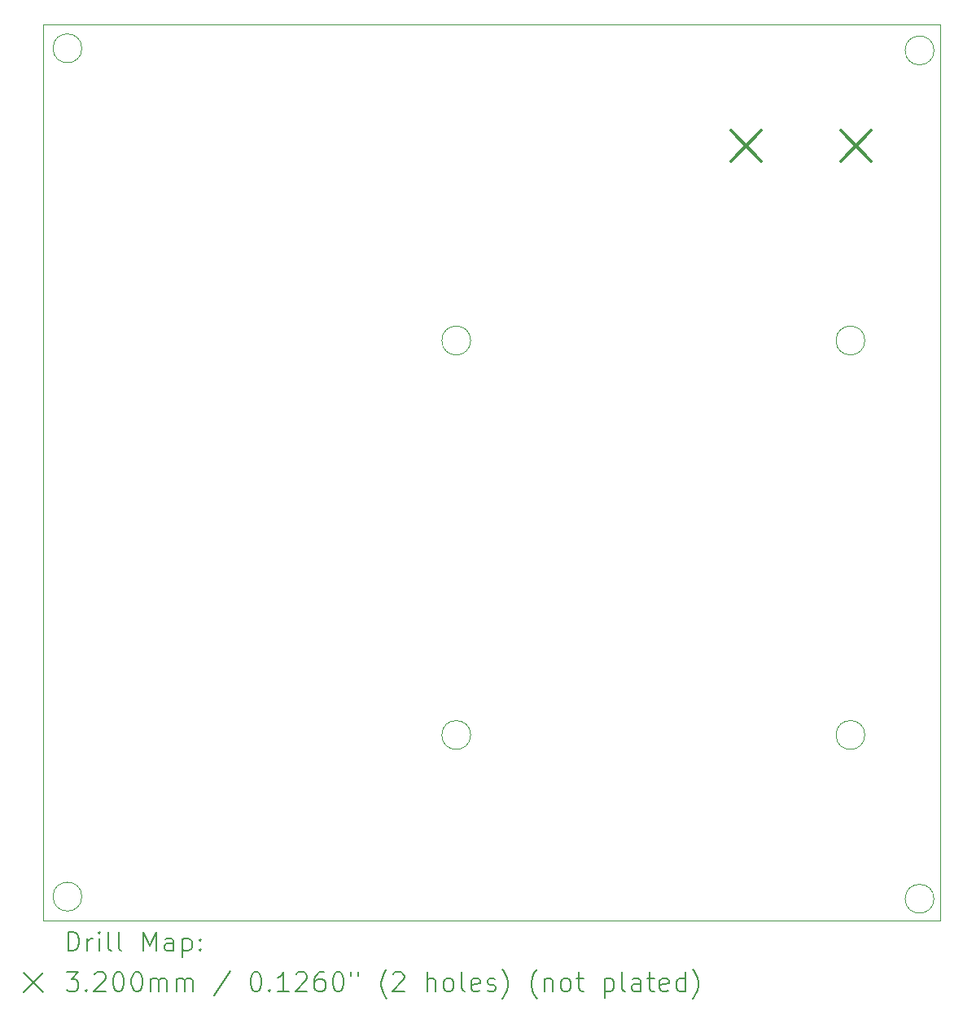
<source format=gbr>
%TF.GenerationSoftware,KiCad,Pcbnew,8.0.1*%
%TF.CreationDate,2024-05-05T15:48:22-04:00*%
%TF.ProjectId,science-board,73636965-6e63-4652-9d62-6f6172642e6b,rev?*%
%TF.SameCoordinates,Original*%
%TF.FileFunction,Drillmap*%
%TF.FilePolarity,Positive*%
%FSLAX45Y45*%
G04 Gerber Fmt 4.5, Leading zero omitted, Abs format (unit mm)*
G04 Created by KiCad (PCBNEW 8.0.1) date 2024-05-05 15:48:22*
%MOMM*%
%LPD*%
G01*
G04 APERTURE LIST*
%ADD10C,0.050000*%
%ADD11C,0.200000*%
%ADD12C,0.320000*%
G04 APERTURE END LIST*
D10*
X10856000Y-11111000D02*
G75*
G02*
X10556000Y-11111000I-150000J0D01*
G01*
X10556000Y-11111000D02*
G75*
G02*
X10856000Y-11111000I150000J0D01*
G01*
X1993000Y-11089000D02*
G75*
G02*
X1693000Y-11089000I-150000J0D01*
G01*
X1693000Y-11089000D02*
G75*
G02*
X1993000Y-11089000I150000J0D01*
G01*
X10137000Y-9409000D02*
G75*
G02*
X9837000Y-9409000I-150000J0D01*
G01*
X9837000Y-9409000D02*
G75*
G02*
X10137000Y-9409000I150000J0D01*
G01*
X6037000Y-5309000D02*
G75*
G02*
X5737000Y-5309000I-150000J0D01*
G01*
X5737000Y-5309000D02*
G75*
G02*
X6037000Y-5309000I150000J0D01*
G01*
X1593000Y-2022000D02*
X10918000Y-2022000D01*
X10918000Y-11339000D01*
X1593000Y-11339000D01*
X1593000Y-2022000D01*
X10856000Y-2294000D02*
G75*
G02*
X10556000Y-2294000I-150000J0D01*
G01*
X10556000Y-2294000D02*
G75*
G02*
X10856000Y-2294000I150000J0D01*
G01*
X1993000Y-2272000D02*
G75*
G02*
X1693000Y-2272000I-150000J0D01*
G01*
X1693000Y-2272000D02*
G75*
G02*
X1993000Y-2272000I150000J0D01*
G01*
X6037000Y-9409000D02*
G75*
G02*
X5737000Y-9409000I-150000J0D01*
G01*
X5737000Y-9409000D02*
G75*
G02*
X6037000Y-9409000I150000J0D01*
G01*
X10137000Y-5309000D02*
G75*
G02*
X9837000Y-5309000I-150000J0D01*
G01*
X9837000Y-5309000D02*
G75*
G02*
X10137000Y-5309000I150000J0D01*
G01*
D11*
D12*
X8742000Y-3128000D02*
X9062000Y-3448000D01*
X9062000Y-3128000D02*
X8742000Y-3448000D01*
X9885000Y-3128000D02*
X10205000Y-3448000D01*
X10205000Y-3128000D02*
X9885000Y-3448000D01*
D11*
X1851277Y-11652984D02*
X1851277Y-11452984D01*
X1851277Y-11452984D02*
X1898896Y-11452984D01*
X1898896Y-11452984D02*
X1927467Y-11462508D01*
X1927467Y-11462508D02*
X1946515Y-11481555D01*
X1946515Y-11481555D02*
X1956039Y-11500603D01*
X1956039Y-11500603D02*
X1965562Y-11538698D01*
X1965562Y-11538698D02*
X1965562Y-11567269D01*
X1965562Y-11567269D02*
X1956039Y-11605365D01*
X1956039Y-11605365D02*
X1946515Y-11624412D01*
X1946515Y-11624412D02*
X1927467Y-11643460D01*
X1927467Y-11643460D02*
X1898896Y-11652984D01*
X1898896Y-11652984D02*
X1851277Y-11652984D01*
X2051277Y-11652984D02*
X2051277Y-11519650D01*
X2051277Y-11557746D02*
X2060801Y-11538698D01*
X2060801Y-11538698D02*
X2070324Y-11529174D01*
X2070324Y-11529174D02*
X2089372Y-11519650D01*
X2089372Y-11519650D02*
X2108420Y-11519650D01*
X2175086Y-11652984D02*
X2175086Y-11519650D01*
X2175086Y-11452984D02*
X2165563Y-11462508D01*
X2165563Y-11462508D02*
X2175086Y-11472031D01*
X2175086Y-11472031D02*
X2184610Y-11462508D01*
X2184610Y-11462508D02*
X2175086Y-11452984D01*
X2175086Y-11452984D02*
X2175086Y-11472031D01*
X2298896Y-11652984D02*
X2279848Y-11643460D01*
X2279848Y-11643460D02*
X2270324Y-11624412D01*
X2270324Y-11624412D02*
X2270324Y-11452984D01*
X2403658Y-11652984D02*
X2384610Y-11643460D01*
X2384610Y-11643460D02*
X2375086Y-11624412D01*
X2375086Y-11624412D02*
X2375086Y-11452984D01*
X2632229Y-11652984D02*
X2632229Y-11452984D01*
X2632229Y-11452984D02*
X2698896Y-11595841D01*
X2698896Y-11595841D02*
X2765563Y-11452984D01*
X2765563Y-11452984D02*
X2765563Y-11652984D01*
X2946515Y-11652984D02*
X2946515Y-11548222D01*
X2946515Y-11548222D02*
X2936991Y-11529174D01*
X2936991Y-11529174D02*
X2917943Y-11519650D01*
X2917943Y-11519650D02*
X2879848Y-11519650D01*
X2879848Y-11519650D02*
X2860801Y-11529174D01*
X2946515Y-11643460D02*
X2927467Y-11652984D01*
X2927467Y-11652984D02*
X2879848Y-11652984D01*
X2879848Y-11652984D02*
X2860801Y-11643460D01*
X2860801Y-11643460D02*
X2851277Y-11624412D01*
X2851277Y-11624412D02*
X2851277Y-11605365D01*
X2851277Y-11605365D02*
X2860801Y-11586317D01*
X2860801Y-11586317D02*
X2879848Y-11576793D01*
X2879848Y-11576793D02*
X2927467Y-11576793D01*
X2927467Y-11576793D02*
X2946515Y-11567269D01*
X3041753Y-11519650D02*
X3041753Y-11719650D01*
X3041753Y-11529174D02*
X3060801Y-11519650D01*
X3060801Y-11519650D02*
X3098896Y-11519650D01*
X3098896Y-11519650D02*
X3117943Y-11529174D01*
X3117943Y-11529174D02*
X3127467Y-11538698D01*
X3127467Y-11538698D02*
X3136991Y-11557746D01*
X3136991Y-11557746D02*
X3136991Y-11614888D01*
X3136991Y-11614888D02*
X3127467Y-11633936D01*
X3127467Y-11633936D02*
X3117943Y-11643460D01*
X3117943Y-11643460D02*
X3098896Y-11652984D01*
X3098896Y-11652984D02*
X3060801Y-11652984D01*
X3060801Y-11652984D02*
X3041753Y-11643460D01*
X3222705Y-11633936D02*
X3232229Y-11643460D01*
X3232229Y-11643460D02*
X3222705Y-11652984D01*
X3222705Y-11652984D02*
X3213182Y-11643460D01*
X3213182Y-11643460D02*
X3222705Y-11633936D01*
X3222705Y-11633936D02*
X3222705Y-11652984D01*
X3222705Y-11529174D02*
X3232229Y-11538698D01*
X3232229Y-11538698D02*
X3222705Y-11548222D01*
X3222705Y-11548222D02*
X3213182Y-11538698D01*
X3213182Y-11538698D02*
X3222705Y-11529174D01*
X3222705Y-11529174D02*
X3222705Y-11548222D01*
X1390500Y-11881500D02*
X1590500Y-12081500D01*
X1590500Y-11881500D02*
X1390500Y-12081500D01*
X1832229Y-11872984D02*
X1956039Y-11872984D01*
X1956039Y-11872984D02*
X1889372Y-11949174D01*
X1889372Y-11949174D02*
X1917943Y-11949174D01*
X1917943Y-11949174D02*
X1936991Y-11958698D01*
X1936991Y-11958698D02*
X1946515Y-11968222D01*
X1946515Y-11968222D02*
X1956039Y-11987269D01*
X1956039Y-11987269D02*
X1956039Y-12034888D01*
X1956039Y-12034888D02*
X1946515Y-12053936D01*
X1946515Y-12053936D02*
X1936991Y-12063460D01*
X1936991Y-12063460D02*
X1917943Y-12072984D01*
X1917943Y-12072984D02*
X1860801Y-12072984D01*
X1860801Y-12072984D02*
X1841753Y-12063460D01*
X1841753Y-12063460D02*
X1832229Y-12053936D01*
X2041753Y-12053936D02*
X2051277Y-12063460D01*
X2051277Y-12063460D02*
X2041753Y-12072984D01*
X2041753Y-12072984D02*
X2032229Y-12063460D01*
X2032229Y-12063460D02*
X2041753Y-12053936D01*
X2041753Y-12053936D02*
X2041753Y-12072984D01*
X2127467Y-11892031D02*
X2136991Y-11882508D01*
X2136991Y-11882508D02*
X2156039Y-11872984D01*
X2156039Y-11872984D02*
X2203658Y-11872984D01*
X2203658Y-11872984D02*
X2222705Y-11882508D01*
X2222705Y-11882508D02*
X2232229Y-11892031D01*
X2232229Y-11892031D02*
X2241753Y-11911079D01*
X2241753Y-11911079D02*
X2241753Y-11930127D01*
X2241753Y-11930127D02*
X2232229Y-11958698D01*
X2232229Y-11958698D02*
X2117944Y-12072984D01*
X2117944Y-12072984D02*
X2241753Y-12072984D01*
X2365563Y-11872984D02*
X2384610Y-11872984D01*
X2384610Y-11872984D02*
X2403658Y-11882508D01*
X2403658Y-11882508D02*
X2413182Y-11892031D01*
X2413182Y-11892031D02*
X2422705Y-11911079D01*
X2422705Y-11911079D02*
X2432229Y-11949174D01*
X2432229Y-11949174D02*
X2432229Y-11996793D01*
X2432229Y-11996793D02*
X2422705Y-12034888D01*
X2422705Y-12034888D02*
X2413182Y-12053936D01*
X2413182Y-12053936D02*
X2403658Y-12063460D01*
X2403658Y-12063460D02*
X2384610Y-12072984D01*
X2384610Y-12072984D02*
X2365563Y-12072984D01*
X2365563Y-12072984D02*
X2346515Y-12063460D01*
X2346515Y-12063460D02*
X2336991Y-12053936D01*
X2336991Y-12053936D02*
X2327467Y-12034888D01*
X2327467Y-12034888D02*
X2317944Y-11996793D01*
X2317944Y-11996793D02*
X2317944Y-11949174D01*
X2317944Y-11949174D02*
X2327467Y-11911079D01*
X2327467Y-11911079D02*
X2336991Y-11892031D01*
X2336991Y-11892031D02*
X2346515Y-11882508D01*
X2346515Y-11882508D02*
X2365563Y-11872984D01*
X2556039Y-11872984D02*
X2575086Y-11872984D01*
X2575086Y-11872984D02*
X2594134Y-11882508D01*
X2594134Y-11882508D02*
X2603658Y-11892031D01*
X2603658Y-11892031D02*
X2613182Y-11911079D01*
X2613182Y-11911079D02*
X2622705Y-11949174D01*
X2622705Y-11949174D02*
X2622705Y-11996793D01*
X2622705Y-11996793D02*
X2613182Y-12034888D01*
X2613182Y-12034888D02*
X2603658Y-12053936D01*
X2603658Y-12053936D02*
X2594134Y-12063460D01*
X2594134Y-12063460D02*
X2575086Y-12072984D01*
X2575086Y-12072984D02*
X2556039Y-12072984D01*
X2556039Y-12072984D02*
X2536991Y-12063460D01*
X2536991Y-12063460D02*
X2527467Y-12053936D01*
X2527467Y-12053936D02*
X2517944Y-12034888D01*
X2517944Y-12034888D02*
X2508420Y-11996793D01*
X2508420Y-11996793D02*
X2508420Y-11949174D01*
X2508420Y-11949174D02*
X2517944Y-11911079D01*
X2517944Y-11911079D02*
X2527467Y-11892031D01*
X2527467Y-11892031D02*
X2536991Y-11882508D01*
X2536991Y-11882508D02*
X2556039Y-11872984D01*
X2708420Y-12072984D02*
X2708420Y-11939650D01*
X2708420Y-11958698D02*
X2717944Y-11949174D01*
X2717944Y-11949174D02*
X2736991Y-11939650D01*
X2736991Y-11939650D02*
X2765563Y-11939650D01*
X2765563Y-11939650D02*
X2784610Y-11949174D01*
X2784610Y-11949174D02*
X2794134Y-11968222D01*
X2794134Y-11968222D02*
X2794134Y-12072984D01*
X2794134Y-11968222D02*
X2803658Y-11949174D01*
X2803658Y-11949174D02*
X2822705Y-11939650D01*
X2822705Y-11939650D02*
X2851277Y-11939650D01*
X2851277Y-11939650D02*
X2870324Y-11949174D01*
X2870324Y-11949174D02*
X2879848Y-11968222D01*
X2879848Y-11968222D02*
X2879848Y-12072984D01*
X2975086Y-12072984D02*
X2975086Y-11939650D01*
X2975086Y-11958698D02*
X2984610Y-11949174D01*
X2984610Y-11949174D02*
X3003658Y-11939650D01*
X3003658Y-11939650D02*
X3032229Y-11939650D01*
X3032229Y-11939650D02*
X3051277Y-11949174D01*
X3051277Y-11949174D02*
X3060801Y-11968222D01*
X3060801Y-11968222D02*
X3060801Y-12072984D01*
X3060801Y-11968222D02*
X3070324Y-11949174D01*
X3070324Y-11949174D02*
X3089372Y-11939650D01*
X3089372Y-11939650D02*
X3117943Y-11939650D01*
X3117943Y-11939650D02*
X3136991Y-11949174D01*
X3136991Y-11949174D02*
X3146515Y-11968222D01*
X3146515Y-11968222D02*
X3146515Y-12072984D01*
X3536991Y-11863460D02*
X3365563Y-12120603D01*
X3794134Y-11872984D02*
X3813182Y-11872984D01*
X3813182Y-11872984D02*
X3832229Y-11882508D01*
X3832229Y-11882508D02*
X3841753Y-11892031D01*
X3841753Y-11892031D02*
X3851277Y-11911079D01*
X3851277Y-11911079D02*
X3860801Y-11949174D01*
X3860801Y-11949174D02*
X3860801Y-11996793D01*
X3860801Y-11996793D02*
X3851277Y-12034888D01*
X3851277Y-12034888D02*
X3841753Y-12053936D01*
X3841753Y-12053936D02*
X3832229Y-12063460D01*
X3832229Y-12063460D02*
X3813182Y-12072984D01*
X3813182Y-12072984D02*
X3794134Y-12072984D01*
X3794134Y-12072984D02*
X3775086Y-12063460D01*
X3775086Y-12063460D02*
X3765563Y-12053936D01*
X3765563Y-12053936D02*
X3756039Y-12034888D01*
X3756039Y-12034888D02*
X3746515Y-11996793D01*
X3746515Y-11996793D02*
X3746515Y-11949174D01*
X3746515Y-11949174D02*
X3756039Y-11911079D01*
X3756039Y-11911079D02*
X3765563Y-11892031D01*
X3765563Y-11892031D02*
X3775086Y-11882508D01*
X3775086Y-11882508D02*
X3794134Y-11872984D01*
X3946515Y-12053936D02*
X3956039Y-12063460D01*
X3956039Y-12063460D02*
X3946515Y-12072984D01*
X3946515Y-12072984D02*
X3936991Y-12063460D01*
X3936991Y-12063460D02*
X3946515Y-12053936D01*
X3946515Y-12053936D02*
X3946515Y-12072984D01*
X4146515Y-12072984D02*
X4032229Y-12072984D01*
X4089372Y-12072984D02*
X4089372Y-11872984D01*
X4089372Y-11872984D02*
X4070325Y-11901555D01*
X4070325Y-11901555D02*
X4051277Y-11920603D01*
X4051277Y-11920603D02*
X4032229Y-11930127D01*
X4222706Y-11892031D02*
X4232229Y-11882508D01*
X4232229Y-11882508D02*
X4251277Y-11872984D01*
X4251277Y-11872984D02*
X4298896Y-11872984D01*
X4298896Y-11872984D02*
X4317944Y-11882508D01*
X4317944Y-11882508D02*
X4327468Y-11892031D01*
X4327468Y-11892031D02*
X4336991Y-11911079D01*
X4336991Y-11911079D02*
X4336991Y-11930127D01*
X4336991Y-11930127D02*
X4327468Y-11958698D01*
X4327468Y-11958698D02*
X4213182Y-12072984D01*
X4213182Y-12072984D02*
X4336991Y-12072984D01*
X4508420Y-11872984D02*
X4470325Y-11872984D01*
X4470325Y-11872984D02*
X4451277Y-11882508D01*
X4451277Y-11882508D02*
X4441753Y-11892031D01*
X4441753Y-11892031D02*
X4422706Y-11920603D01*
X4422706Y-11920603D02*
X4413182Y-11958698D01*
X4413182Y-11958698D02*
X4413182Y-12034888D01*
X4413182Y-12034888D02*
X4422706Y-12053936D01*
X4422706Y-12053936D02*
X4432229Y-12063460D01*
X4432229Y-12063460D02*
X4451277Y-12072984D01*
X4451277Y-12072984D02*
X4489372Y-12072984D01*
X4489372Y-12072984D02*
X4508420Y-12063460D01*
X4508420Y-12063460D02*
X4517944Y-12053936D01*
X4517944Y-12053936D02*
X4527468Y-12034888D01*
X4527468Y-12034888D02*
X4527468Y-11987269D01*
X4527468Y-11987269D02*
X4517944Y-11968222D01*
X4517944Y-11968222D02*
X4508420Y-11958698D01*
X4508420Y-11958698D02*
X4489372Y-11949174D01*
X4489372Y-11949174D02*
X4451277Y-11949174D01*
X4451277Y-11949174D02*
X4432229Y-11958698D01*
X4432229Y-11958698D02*
X4422706Y-11968222D01*
X4422706Y-11968222D02*
X4413182Y-11987269D01*
X4651277Y-11872984D02*
X4670325Y-11872984D01*
X4670325Y-11872984D02*
X4689372Y-11882508D01*
X4689372Y-11882508D02*
X4698896Y-11892031D01*
X4698896Y-11892031D02*
X4708420Y-11911079D01*
X4708420Y-11911079D02*
X4717944Y-11949174D01*
X4717944Y-11949174D02*
X4717944Y-11996793D01*
X4717944Y-11996793D02*
X4708420Y-12034888D01*
X4708420Y-12034888D02*
X4698896Y-12053936D01*
X4698896Y-12053936D02*
X4689372Y-12063460D01*
X4689372Y-12063460D02*
X4670325Y-12072984D01*
X4670325Y-12072984D02*
X4651277Y-12072984D01*
X4651277Y-12072984D02*
X4632229Y-12063460D01*
X4632229Y-12063460D02*
X4622706Y-12053936D01*
X4622706Y-12053936D02*
X4613182Y-12034888D01*
X4613182Y-12034888D02*
X4603658Y-11996793D01*
X4603658Y-11996793D02*
X4603658Y-11949174D01*
X4603658Y-11949174D02*
X4613182Y-11911079D01*
X4613182Y-11911079D02*
X4622706Y-11892031D01*
X4622706Y-11892031D02*
X4632229Y-11882508D01*
X4632229Y-11882508D02*
X4651277Y-11872984D01*
X4794134Y-11872984D02*
X4794134Y-11911079D01*
X4870325Y-11872984D02*
X4870325Y-11911079D01*
X5165563Y-12149174D02*
X5156039Y-12139650D01*
X5156039Y-12139650D02*
X5136991Y-12111079D01*
X5136991Y-12111079D02*
X5127468Y-12092031D01*
X5127468Y-12092031D02*
X5117944Y-12063460D01*
X5117944Y-12063460D02*
X5108420Y-12015841D01*
X5108420Y-12015841D02*
X5108420Y-11977746D01*
X5108420Y-11977746D02*
X5117944Y-11930127D01*
X5117944Y-11930127D02*
X5127468Y-11901555D01*
X5127468Y-11901555D02*
X5136991Y-11882508D01*
X5136991Y-11882508D02*
X5156039Y-11853936D01*
X5156039Y-11853936D02*
X5165563Y-11844412D01*
X5232230Y-11892031D02*
X5241753Y-11882508D01*
X5241753Y-11882508D02*
X5260801Y-11872984D01*
X5260801Y-11872984D02*
X5308420Y-11872984D01*
X5308420Y-11872984D02*
X5327468Y-11882508D01*
X5327468Y-11882508D02*
X5336991Y-11892031D01*
X5336991Y-11892031D02*
X5346515Y-11911079D01*
X5346515Y-11911079D02*
X5346515Y-11930127D01*
X5346515Y-11930127D02*
X5336991Y-11958698D01*
X5336991Y-11958698D02*
X5222706Y-12072984D01*
X5222706Y-12072984D02*
X5346515Y-12072984D01*
X5584611Y-12072984D02*
X5584611Y-11872984D01*
X5670325Y-12072984D02*
X5670325Y-11968222D01*
X5670325Y-11968222D02*
X5660801Y-11949174D01*
X5660801Y-11949174D02*
X5641753Y-11939650D01*
X5641753Y-11939650D02*
X5613182Y-11939650D01*
X5613182Y-11939650D02*
X5594134Y-11949174D01*
X5594134Y-11949174D02*
X5584611Y-11958698D01*
X5794134Y-12072984D02*
X5775087Y-12063460D01*
X5775087Y-12063460D02*
X5765563Y-12053936D01*
X5765563Y-12053936D02*
X5756039Y-12034888D01*
X5756039Y-12034888D02*
X5756039Y-11977746D01*
X5756039Y-11977746D02*
X5765563Y-11958698D01*
X5765563Y-11958698D02*
X5775087Y-11949174D01*
X5775087Y-11949174D02*
X5794134Y-11939650D01*
X5794134Y-11939650D02*
X5822706Y-11939650D01*
X5822706Y-11939650D02*
X5841753Y-11949174D01*
X5841753Y-11949174D02*
X5851277Y-11958698D01*
X5851277Y-11958698D02*
X5860801Y-11977746D01*
X5860801Y-11977746D02*
X5860801Y-12034888D01*
X5860801Y-12034888D02*
X5851277Y-12053936D01*
X5851277Y-12053936D02*
X5841753Y-12063460D01*
X5841753Y-12063460D02*
X5822706Y-12072984D01*
X5822706Y-12072984D02*
X5794134Y-12072984D01*
X5975087Y-12072984D02*
X5956039Y-12063460D01*
X5956039Y-12063460D02*
X5946515Y-12044412D01*
X5946515Y-12044412D02*
X5946515Y-11872984D01*
X6127468Y-12063460D02*
X6108420Y-12072984D01*
X6108420Y-12072984D02*
X6070325Y-12072984D01*
X6070325Y-12072984D02*
X6051277Y-12063460D01*
X6051277Y-12063460D02*
X6041753Y-12044412D01*
X6041753Y-12044412D02*
X6041753Y-11968222D01*
X6041753Y-11968222D02*
X6051277Y-11949174D01*
X6051277Y-11949174D02*
X6070325Y-11939650D01*
X6070325Y-11939650D02*
X6108420Y-11939650D01*
X6108420Y-11939650D02*
X6127468Y-11949174D01*
X6127468Y-11949174D02*
X6136991Y-11968222D01*
X6136991Y-11968222D02*
X6136991Y-11987269D01*
X6136991Y-11987269D02*
X6041753Y-12006317D01*
X6213182Y-12063460D02*
X6232230Y-12072984D01*
X6232230Y-12072984D02*
X6270325Y-12072984D01*
X6270325Y-12072984D02*
X6289372Y-12063460D01*
X6289372Y-12063460D02*
X6298896Y-12044412D01*
X6298896Y-12044412D02*
X6298896Y-12034888D01*
X6298896Y-12034888D02*
X6289372Y-12015841D01*
X6289372Y-12015841D02*
X6270325Y-12006317D01*
X6270325Y-12006317D02*
X6241753Y-12006317D01*
X6241753Y-12006317D02*
X6222706Y-11996793D01*
X6222706Y-11996793D02*
X6213182Y-11977746D01*
X6213182Y-11977746D02*
X6213182Y-11968222D01*
X6213182Y-11968222D02*
X6222706Y-11949174D01*
X6222706Y-11949174D02*
X6241753Y-11939650D01*
X6241753Y-11939650D02*
X6270325Y-11939650D01*
X6270325Y-11939650D02*
X6289372Y-11949174D01*
X6365563Y-12149174D02*
X6375087Y-12139650D01*
X6375087Y-12139650D02*
X6394134Y-12111079D01*
X6394134Y-12111079D02*
X6403658Y-12092031D01*
X6403658Y-12092031D02*
X6413182Y-12063460D01*
X6413182Y-12063460D02*
X6422706Y-12015841D01*
X6422706Y-12015841D02*
X6422706Y-11977746D01*
X6422706Y-11977746D02*
X6413182Y-11930127D01*
X6413182Y-11930127D02*
X6403658Y-11901555D01*
X6403658Y-11901555D02*
X6394134Y-11882508D01*
X6394134Y-11882508D02*
X6375087Y-11853936D01*
X6375087Y-11853936D02*
X6365563Y-11844412D01*
X6727468Y-12149174D02*
X6717944Y-12139650D01*
X6717944Y-12139650D02*
X6698896Y-12111079D01*
X6698896Y-12111079D02*
X6689372Y-12092031D01*
X6689372Y-12092031D02*
X6679849Y-12063460D01*
X6679849Y-12063460D02*
X6670325Y-12015841D01*
X6670325Y-12015841D02*
X6670325Y-11977746D01*
X6670325Y-11977746D02*
X6679849Y-11930127D01*
X6679849Y-11930127D02*
X6689372Y-11901555D01*
X6689372Y-11901555D02*
X6698896Y-11882508D01*
X6698896Y-11882508D02*
X6717944Y-11853936D01*
X6717944Y-11853936D02*
X6727468Y-11844412D01*
X6803658Y-11939650D02*
X6803658Y-12072984D01*
X6803658Y-11958698D02*
X6813182Y-11949174D01*
X6813182Y-11949174D02*
X6832230Y-11939650D01*
X6832230Y-11939650D02*
X6860801Y-11939650D01*
X6860801Y-11939650D02*
X6879849Y-11949174D01*
X6879849Y-11949174D02*
X6889372Y-11968222D01*
X6889372Y-11968222D02*
X6889372Y-12072984D01*
X7013182Y-12072984D02*
X6994134Y-12063460D01*
X6994134Y-12063460D02*
X6984611Y-12053936D01*
X6984611Y-12053936D02*
X6975087Y-12034888D01*
X6975087Y-12034888D02*
X6975087Y-11977746D01*
X6975087Y-11977746D02*
X6984611Y-11958698D01*
X6984611Y-11958698D02*
X6994134Y-11949174D01*
X6994134Y-11949174D02*
X7013182Y-11939650D01*
X7013182Y-11939650D02*
X7041753Y-11939650D01*
X7041753Y-11939650D02*
X7060801Y-11949174D01*
X7060801Y-11949174D02*
X7070325Y-11958698D01*
X7070325Y-11958698D02*
X7079849Y-11977746D01*
X7079849Y-11977746D02*
X7079849Y-12034888D01*
X7079849Y-12034888D02*
X7070325Y-12053936D01*
X7070325Y-12053936D02*
X7060801Y-12063460D01*
X7060801Y-12063460D02*
X7041753Y-12072984D01*
X7041753Y-12072984D02*
X7013182Y-12072984D01*
X7136992Y-11939650D02*
X7213182Y-11939650D01*
X7165563Y-11872984D02*
X7165563Y-12044412D01*
X7165563Y-12044412D02*
X7175087Y-12063460D01*
X7175087Y-12063460D02*
X7194134Y-12072984D01*
X7194134Y-12072984D02*
X7213182Y-12072984D01*
X7432230Y-11939650D02*
X7432230Y-12139650D01*
X7432230Y-11949174D02*
X7451277Y-11939650D01*
X7451277Y-11939650D02*
X7489373Y-11939650D01*
X7489373Y-11939650D02*
X7508420Y-11949174D01*
X7508420Y-11949174D02*
X7517944Y-11958698D01*
X7517944Y-11958698D02*
X7527468Y-11977746D01*
X7527468Y-11977746D02*
X7527468Y-12034888D01*
X7527468Y-12034888D02*
X7517944Y-12053936D01*
X7517944Y-12053936D02*
X7508420Y-12063460D01*
X7508420Y-12063460D02*
X7489373Y-12072984D01*
X7489373Y-12072984D02*
X7451277Y-12072984D01*
X7451277Y-12072984D02*
X7432230Y-12063460D01*
X7641753Y-12072984D02*
X7622706Y-12063460D01*
X7622706Y-12063460D02*
X7613182Y-12044412D01*
X7613182Y-12044412D02*
X7613182Y-11872984D01*
X7803658Y-12072984D02*
X7803658Y-11968222D01*
X7803658Y-11968222D02*
X7794134Y-11949174D01*
X7794134Y-11949174D02*
X7775087Y-11939650D01*
X7775087Y-11939650D02*
X7736992Y-11939650D01*
X7736992Y-11939650D02*
X7717944Y-11949174D01*
X7803658Y-12063460D02*
X7784611Y-12072984D01*
X7784611Y-12072984D02*
X7736992Y-12072984D01*
X7736992Y-12072984D02*
X7717944Y-12063460D01*
X7717944Y-12063460D02*
X7708420Y-12044412D01*
X7708420Y-12044412D02*
X7708420Y-12025365D01*
X7708420Y-12025365D02*
X7717944Y-12006317D01*
X7717944Y-12006317D02*
X7736992Y-11996793D01*
X7736992Y-11996793D02*
X7784611Y-11996793D01*
X7784611Y-11996793D02*
X7803658Y-11987269D01*
X7870325Y-11939650D02*
X7946515Y-11939650D01*
X7898896Y-11872984D02*
X7898896Y-12044412D01*
X7898896Y-12044412D02*
X7908420Y-12063460D01*
X7908420Y-12063460D02*
X7927468Y-12072984D01*
X7927468Y-12072984D02*
X7946515Y-12072984D01*
X8089373Y-12063460D02*
X8070325Y-12072984D01*
X8070325Y-12072984D02*
X8032230Y-12072984D01*
X8032230Y-12072984D02*
X8013182Y-12063460D01*
X8013182Y-12063460D02*
X8003658Y-12044412D01*
X8003658Y-12044412D02*
X8003658Y-11968222D01*
X8003658Y-11968222D02*
X8013182Y-11949174D01*
X8013182Y-11949174D02*
X8032230Y-11939650D01*
X8032230Y-11939650D02*
X8070325Y-11939650D01*
X8070325Y-11939650D02*
X8089373Y-11949174D01*
X8089373Y-11949174D02*
X8098896Y-11968222D01*
X8098896Y-11968222D02*
X8098896Y-11987269D01*
X8098896Y-11987269D02*
X8003658Y-12006317D01*
X8270325Y-12072984D02*
X8270325Y-11872984D01*
X8270325Y-12063460D02*
X8251277Y-12072984D01*
X8251277Y-12072984D02*
X8213182Y-12072984D01*
X8213182Y-12072984D02*
X8194134Y-12063460D01*
X8194134Y-12063460D02*
X8184611Y-12053936D01*
X8184611Y-12053936D02*
X8175087Y-12034888D01*
X8175087Y-12034888D02*
X8175087Y-11977746D01*
X8175087Y-11977746D02*
X8184611Y-11958698D01*
X8184611Y-11958698D02*
X8194134Y-11949174D01*
X8194134Y-11949174D02*
X8213182Y-11939650D01*
X8213182Y-11939650D02*
X8251277Y-11939650D01*
X8251277Y-11939650D02*
X8270325Y-11949174D01*
X8346515Y-12149174D02*
X8356039Y-12139650D01*
X8356039Y-12139650D02*
X8375087Y-12111079D01*
X8375087Y-12111079D02*
X8384611Y-12092031D01*
X8384611Y-12092031D02*
X8394135Y-12063460D01*
X8394135Y-12063460D02*
X8403658Y-12015841D01*
X8403658Y-12015841D02*
X8403658Y-11977746D01*
X8403658Y-11977746D02*
X8394135Y-11930127D01*
X8394135Y-11930127D02*
X8384611Y-11901555D01*
X8384611Y-11901555D02*
X8375087Y-11882508D01*
X8375087Y-11882508D02*
X8356039Y-11853936D01*
X8356039Y-11853936D02*
X8346515Y-11844412D01*
M02*

</source>
